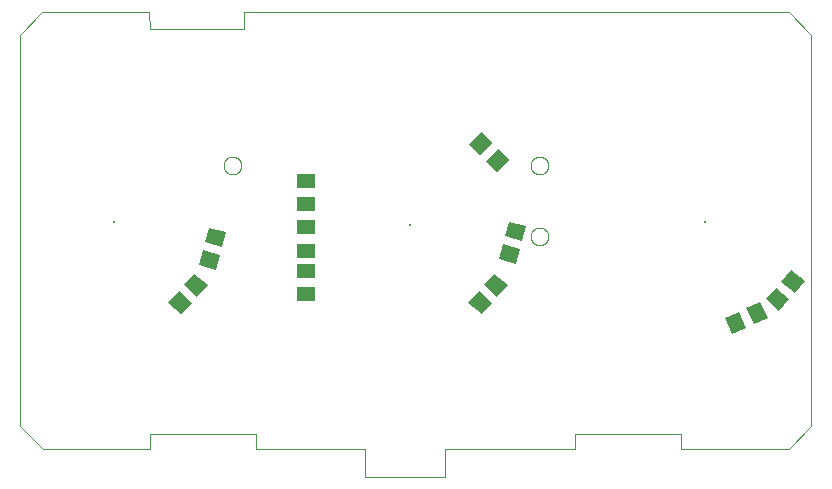
<source format=gbp>
G75*
%MOIN*%
%OFA0B0*%
%FSLAX25Y25*%
%IPPOS*%
%LPD*%
%AMOC8*
5,1,8,0,0,1.08239X$1,22.5*
%
%ADD10C,0.00000*%
%ADD11R,0.05118X0.05906*%
%ADD12C,0.01000*%
%ADD13R,0.05906X0.05118*%
D10*
X0039625Y0018012D02*
X0047188Y0010449D01*
X0083015Y0010449D01*
X0082932Y0015567D01*
X0118365Y0015567D01*
X0118365Y0010449D01*
X0154798Y0010449D01*
X0154798Y0001000D01*
X0181357Y0001000D01*
X0181357Y0010449D01*
X0224664Y0010449D01*
X0224664Y0015567D01*
X0260098Y0015567D01*
X0260098Y0010449D01*
X0295883Y0010449D01*
X0303405Y0017970D01*
X0303405Y0148596D01*
X0295883Y0156118D01*
X0114468Y0156236D01*
X0114468Y0150449D01*
X0082893Y0150449D01*
X0082724Y0156118D01*
X0047147Y0156118D01*
X0039625Y0148596D01*
X0039625Y0018012D01*
X0107538Y0104937D02*
X0107540Y0105045D01*
X0107546Y0105154D01*
X0107556Y0105262D01*
X0107570Y0105369D01*
X0107588Y0105476D01*
X0107609Y0105583D01*
X0107635Y0105688D01*
X0107665Y0105793D01*
X0107698Y0105896D01*
X0107735Y0105998D01*
X0107776Y0106098D01*
X0107820Y0106197D01*
X0107869Y0106295D01*
X0107920Y0106390D01*
X0107975Y0106483D01*
X0108034Y0106575D01*
X0108096Y0106664D01*
X0108161Y0106751D01*
X0108229Y0106835D01*
X0108300Y0106917D01*
X0108374Y0106996D01*
X0108451Y0107072D01*
X0108531Y0107146D01*
X0108614Y0107216D01*
X0108699Y0107284D01*
X0108786Y0107348D01*
X0108876Y0107409D01*
X0108968Y0107467D01*
X0109062Y0107521D01*
X0109158Y0107572D01*
X0109255Y0107619D01*
X0109355Y0107663D01*
X0109456Y0107703D01*
X0109558Y0107739D01*
X0109661Y0107771D01*
X0109766Y0107800D01*
X0109872Y0107824D01*
X0109978Y0107845D01*
X0110085Y0107862D01*
X0110193Y0107875D01*
X0110301Y0107884D01*
X0110410Y0107889D01*
X0110518Y0107890D01*
X0110627Y0107887D01*
X0110735Y0107880D01*
X0110843Y0107869D01*
X0110950Y0107854D01*
X0111057Y0107835D01*
X0111163Y0107812D01*
X0111268Y0107786D01*
X0111373Y0107755D01*
X0111475Y0107721D01*
X0111577Y0107683D01*
X0111677Y0107641D01*
X0111776Y0107596D01*
X0111873Y0107547D01*
X0111967Y0107494D01*
X0112060Y0107438D01*
X0112151Y0107379D01*
X0112240Y0107316D01*
X0112326Y0107251D01*
X0112410Y0107182D01*
X0112491Y0107110D01*
X0112569Y0107035D01*
X0112645Y0106957D01*
X0112718Y0106876D01*
X0112788Y0106793D01*
X0112854Y0106708D01*
X0112918Y0106620D01*
X0112978Y0106529D01*
X0113035Y0106437D01*
X0113088Y0106342D01*
X0113138Y0106246D01*
X0113184Y0106148D01*
X0113227Y0106048D01*
X0113266Y0105947D01*
X0113301Y0105844D01*
X0113333Y0105741D01*
X0113360Y0105636D01*
X0113384Y0105530D01*
X0113404Y0105423D01*
X0113420Y0105316D01*
X0113432Y0105208D01*
X0113440Y0105100D01*
X0113444Y0104991D01*
X0113444Y0104883D01*
X0113440Y0104774D01*
X0113432Y0104666D01*
X0113420Y0104558D01*
X0113404Y0104451D01*
X0113384Y0104344D01*
X0113360Y0104238D01*
X0113333Y0104133D01*
X0113301Y0104030D01*
X0113266Y0103927D01*
X0113227Y0103826D01*
X0113184Y0103726D01*
X0113138Y0103628D01*
X0113088Y0103532D01*
X0113035Y0103437D01*
X0112978Y0103345D01*
X0112918Y0103254D01*
X0112854Y0103166D01*
X0112788Y0103081D01*
X0112718Y0102998D01*
X0112645Y0102917D01*
X0112569Y0102839D01*
X0112491Y0102764D01*
X0112410Y0102692D01*
X0112326Y0102623D01*
X0112240Y0102558D01*
X0112151Y0102495D01*
X0112060Y0102436D01*
X0111968Y0102380D01*
X0111873Y0102327D01*
X0111776Y0102278D01*
X0111677Y0102233D01*
X0111577Y0102191D01*
X0111475Y0102153D01*
X0111373Y0102119D01*
X0111268Y0102088D01*
X0111163Y0102062D01*
X0111057Y0102039D01*
X0110950Y0102020D01*
X0110843Y0102005D01*
X0110735Y0101994D01*
X0110627Y0101987D01*
X0110518Y0101984D01*
X0110410Y0101985D01*
X0110301Y0101990D01*
X0110193Y0101999D01*
X0110085Y0102012D01*
X0109978Y0102029D01*
X0109872Y0102050D01*
X0109766Y0102074D01*
X0109661Y0102103D01*
X0109558Y0102135D01*
X0109456Y0102171D01*
X0109355Y0102211D01*
X0109255Y0102255D01*
X0109158Y0102302D01*
X0109062Y0102353D01*
X0108968Y0102407D01*
X0108876Y0102465D01*
X0108786Y0102526D01*
X0108699Y0102590D01*
X0108614Y0102658D01*
X0108531Y0102728D01*
X0108451Y0102802D01*
X0108374Y0102878D01*
X0108300Y0102957D01*
X0108229Y0103039D01*
X0108161Y0103123D01*
X0108096Y0103210D01*
X0108034Y0103299D01*
X0107975Y0103391D01*
X0107920Y0103484D01*
X0107869Y0103579D01*
X0107820Y0103677D01*
X0107776Y0103776D01*
X0107735Y0103876D01*
X0107698Y0103978D01*
X0107665Y0104081D01*
X0107635Y0104186D01*
X0107609Y0104291D01*
X0107588Y0104398D01*
X0107570Y0104505D01*
X0107556Y0104612D01*
X0107546Y0104720D01*
X0107540Y0104829D01*
X0107538Y0104937D01*
X0209900Y0104937D02*
X0209902Y0105045D01*
X0209908Y0105154D01*
X0209918Y0105262D01*
X0209932Y0105369D01*
X0209950Y0105476D01*
X0209971Y0105583D01*
X0209997Y0105688D01*
X0210027Y0105793D01*
X0210060Y0105896D01*
X0210097Y0105998D01*
X0210138Y0106098D01*
X0210182Y0106197D01*
X0210231Y0106295D01*
X0210282Y0106390D01*
X0210337Y0106483D01*
X0210396Y0106575D01*
X0210458Y0106664D01*
X0210523Y0106751D01*
X0210591Y0106835D01*
X0210662Y0106917D01*
X0210736Y0106996D01*
X0210813Y0107072D01*
X0210893Y0107146D01*
X0210976Y0107216D01*
X0211061Y0107284D01*
X0211148Y0107348D01*
X0211238Y0107409D01*
X0211330Y0107467D01*
X0211424Y0107521D01*
X0211520Y0107572D01*
X0211617Y0107619D01*
X0211717Y0107663D01*
X0211818Y0107703D01*
X0211920Y0107739D01*
X0212023Y0107771D01*
X0212128Y0107800D01*
X0212234Y0107824D01*
X0212340Y0107845D01*
X0212447Y0107862D01*
X0212555Y0107875D01*
X0212663Y0107884D01*
X0212772Y0107889D01*
X0212880Y0107890D01*
X0212989Y0107887D01*
X0213097Y0107880D01*
X0213205Y0107869D01*
X0213312Y0107854D01*
X0213419Y0107835D01*
X0213525Y0107812D01*
X0213630Y0107786D01*
X0213735Y0107755D01*
X0213837Y0107721D01*
X0213939Y0107683D01*
X0214039Y0107641D01*
X0214138Y0107596D01*
X0214235Y0107547D01*
X0214329Y0107494D01*
X0214422Y0107438D01*
X0214513Y0107379D01*
X0214602Y0107316D01*
X0214688Y0107251D01*
X0214772Y0107182D01*
X0214853Y0107110D01*
X0214931Y0107035D01*
X0215007Y0106957D01*
X0215080Y0106876D01*
X0215150Y0106793D01*
X0215216Y0106708D01*
X0215280Y0106620D01*
X0215340Y0106529D01*
X0215397Y0106437D01*
X0215450Y0106342D01*
X0215500Y0106246D01*
X0215546Y0106148D01*
X0215589Y0106048D01*
X0215628Y0105947D01*
X0215663Y0105844D01*
X0215695Y0105741D01*
X0215722Y0105636D01*
X0215746Y0105530D01*
X0215766Y0105423D01*
X0215782Y0105316D01*
X0215794Y0105208D01*
X0215802Y0105100D01*
X0215806Y0104991D01*
X0215806Y0104883D01*
X0215802Y0104774D01*
X0215794Y0104666D01*
X0215782Y0104558D01*
X0215766Y0104451D01*
X0215746Y0104344D01*
X0215722Y0104238D01*
X0215695Y0104133D01*
X0215663Y0104030D01*
X0215628Y0103927D01*
X0215589Y0103826D01*
X0215546Y0103726D01*
X0215500Y0103628D01*
X0215450Y0103532D01*
X0215397Y0103437D01*
X0215340Y0103345D01*
X0215280Y0103254D01*
X0215216Y0103166D01*
X0215150Y0103081D01*
X0215080Y0102998D01*
X0215007Y0102917D01*
X0214931Y0102839D01*
X0214853Y0102764D01*
X0214772Y0102692D01*
X0214688Y0102623D01*
X0214602Y0102558D01*
X0214513Y0102495D01*
X0214422Y0102436D01*
X0214330Y0102380D01*
X0214235Y0102327D01*
X0214138Y0102278D01*
X0214039Y0102233D01*
X0213939Y0102191D01*
X0213837Y0102153D01*
X0213735Y0102119D01*
X0213630Y0102088D01*
X0213525Y0102062D01*
X0213419Y0102039D01*
X0213312Y0102020D01*
X0213205Y0102005D01*
X0213097Y0101994D01*
X0212989Y0101987D01*
X0212880Y0101984D01*
X0212772Y0101985D01*
X0212663Y0101990D01*
X0212555Y0101999D01*
X0212447Y0102012D01*
X0212340Y0102029D01*
X0212234Y0102050D01*
X0212128Y0102074D01*
X0212023Y0102103D01*
X0211920Y0102135D01*
X0211818Y0102171D01*
X0211717Y0102211D01*
X0211617Y0102255D01*
X0211520Y0102302D01*
X0211424Y0102353D01*
X0211330Y0102407D01*
X0211238Y0102465D01*
X0211148Y0102526D01*
X0211061Y0102590D01*
X0210976Y0102658D01*
X0210893Y0102728D01*
X0210813Y0102802D01*
X0210736Y0102878D01*
X0210662Y0102957D01*
X0210591Y0103039D01*
X0210523Y0103123D01*
X0210458Y0103210D01*
X0210396Y0103299D01*
X0210337Y0103391D01*
X0210282Y0103484D01*
X0210231Y0103579D01*
X0210182Y0103677D01*
X0210138Y0103776D01*
X0210097Y0103876D01*
X0210060Y0103978D01*
X0210027Y0104081D01*
X0209997Y0104186D01*
X0209971Y0104291D01*
X0209950Y0104398D01*
X0209932Y0104505D01*
X0209918Y0104612D01*
X0209908Y0104720D01*
X0209902Y0104829D01*
X0209900Y0104937D01*
X0209900Y0081315D02*
X0209902Y0081423D01*
X0209908Y0081532D01*
X0209918Y0081640D01*
X0209932Y0081747D01*
X0209950Y0081854D01*
X0209971Y0081961D01*
X0209997Y0082066D01*
X0210027Y0082171D01*
X0210060Y0082274D01*
X0210097Y0082376D01*
X0210138Y0082476D01*
X0210182Y0082575D01*
X0210231Y0082673D01*
X0210282Y0082768D01*
X0210337Y0082861D01*
X0210396Y0082953D01*
X0210458Y0083042D01*
X0210523Y0083129D01*
X0210591Y0083213D01*
X0210662Y0083295D01*
X0210736Y0083374D01*
X0210813Y0083450D01*
X0210893Y0083524D01*
X0210976Y0083594D01*
X0211061Y0083662D01*
X0211148Y0083726D01*
X0211238Y0083787D01*
X0211330Y0083845D01*
X0211424Y0083899D01*
X0211520Y0083950D01*
X0211617Y0083997D01*
X0211717Y0084041D01*
X0211818Y0084081D01*
X0211920Y0084117D01*
X0212023Y0084149D01*
X0212128Y0084178D01*
X0212234Y0084202D01*
X0212340Y0084223D01*
X0212447Y0084240D01*
X0212555Y0084253D01*
X0212663Y0084262D01*
X0212772Y0084267D01*
X0212880Y0084268D01*
X0212989Y0084265D01*
X0213097Y0084258D01*
X0213205Y0084247D01*
X0213312Y0084232D01*
X0213419Y0084213D01*
X0213525Y0084190D01*
X0213630Y0084164D01*
X0213735Y0084133D01*
X0213837Y0084099D01*
X0213939Y0084061D01*
X0214039Y0084019D01*
X0214138Y0083974D01*
X0214235Y0083925D01*
X0214329Y0083872D01*
X0214422Y0083816D01*
X0214513Y0083757D01*
X0214602Y0083694D01*
X0214688Y0083629D01*
X0214772Y0083560D01*
X0214853Y0083488D01*
X0214931Y0083413D01*
X0215007Y0083335D01*
X0215080Y0083254D01*
X0215150Y0083171D01*
X0215216Y0083086D01*
X0215280Y0082998D01*
X0215340Y0082907D01*
X0215397Y0082815D01*
X0215450Y0082720D01*
X0215500Y0082624D01*
X0215546Y0082526D01*
X0215589Y0082426D01*
X0215628Y0082325D01*
X0215663Y0082222D01*
X0215695Y0082119D01*
X0215722Y0082014D01*
X0215746Y0081908D01*
X0215766Y0081801D01*
X0215782Y0081694D01*
X0215794Y0081586D01*
X0215802Y0081478D01*
X0215806Y0081369D01*
X0215806Y0081261D01*
X0215802Y0081152D01*
X0215794Y0081044D01*
X0215782Y0080936D01*
X0215766Y0080829D01*
X0215746Y0080722D01*
X0215722Y0080616D01*
X0215695Y0080511D01*
X0215663Y0080408D01*
X0215628Y0080305D01*
X0215589Y0080204D01*
X0215546Y0080104D01*
X0215500Y0080006D01*
X0215450Y0079910D01*
X0215397Y0079815D01*
X0215340Y0079723D01*
X0215280Y0079632D01*
X0215216Y0079544D01*
X0215150Y0079459D01*
X0215080Y0079376D01*
X0215007Y0079295D01*
X0214931Y0079217D01*
X0214853Y0079142D01*
X0214772Y0079070D01*
X0214688Y0079001D01*
X0214602Y0078936D01*
X0214513Y0078873D01*
X0214422Y0078814D01*
X0214330Y0078758D01*
X0214235Y0078705D01*
X0214138Y0078656D01*
X0214039Y0078611D01*
X0213939Y0078569D01*
X0213837Y0078531D01*
X0213735Y0078497D01*
X0213630Y0078466D01*
X0213525Y0078440D01*
X0213419Y0078417D01*
X0213312Y0078398D01*
X0213205Y0078383D01*
X0213097Y0078372D01*
X0212989Y0078365D01*
X0212880Y0078362D01*
X0212772Y0078363D01*
X0212663Y0078368D01*
X0212555Y0078377D01*
X0212447Y0078390D01*
X0212340Y0078407D01*
X0212234Y0078428D01*
X0212128Y0078452D01*
X0212023Y0078481D01*
X0211920Y0078513D01*
X0211818Y0078549D01*
X0211717Y0078589D01*
X0211617Y0078633D01*
X0211520Y0078680D01*
X0211424Y0078731D01*
X0211330Y0078785D01*
X0211238Y0078843D01*
X0211148Y0078904D01*
X0211061Y0078968D01*
X0210976Y0079036D01*
X0210893Y0079106D01*
X0210813Y0079180D01*
X0210736Y0079256D01*
X0210662Y0079335D01*
X0210591Y0079417D01*
X0210523Y0079501D01*
X0210458Y0079588D01*
X0210396Y0079677D01*
X0210337Y0079769D01*
X0210282Y0079862D01*
X0210231Y0079957D01*
X0210182Y0080055D01*
X0210138Y0080154D01*
X0210097Y0080254D01*
X0210060Y0080356D01*
X0210027Y0080459D01*
X0209997Y0080564D01*
X0209971Y0080669D01*
X0209950Y0080776D01*
X0209932Y0080883D01*
X0209918Y0080990D01*
X0209908Y0081098D01*
X0209902Y0081207D01*
X0209900Y0081315D01*
D11*
G36*
X0208449Y0084738D02*
X0207125Y0079795D01*
X0201421Y0081324D01*
X0202745Y0086267D01*
X0208449Y0084738D01*
G37*
G36*
X0206411Y0077132D02*
X0205087Y0072189D01*
X0199383Y0073718D01*
X0200707Y0078661D01*
X0206411Y0077132D01*
G37*
G36*
X0202213Y0064954D02*
X0198789Y0061151D01*
X0194401Y0065102D01*
X0197825Y0068905D01*
X0202213Y0064954D01*
G37*
G36*
X0196944Y0059103D02*
X0193520Y0055300D01*
X0189132Y0059251D01*
X0192556Y0063054D01*
X0196944Y0059103D01*
G37*
G36*
X0281788Y0050848D02*
X0277158Y0048669D01*
X0274644Y0054012D01*
X0279274Y0056191D01*
X0281788Y0050848D01*
G37*
G36*
X0288913Y0054201D02*
X0284283Y0052022D01*
X0281769Y0057365D01*
X0286399Y0059544D01*
X0288913Y0054201D01*
G37*
G36*
X0296166Y0060324D02*
X0292829Y0056445D01*
X0288352Y0060296D01*
X0291689Y0064175D01*
X0296166Y0060324D01*
G37*
G36*
X0301300Y0066294D02*
X0297963Y0062415D01*
X0293486Y0066266D01*
X0296823Y0070145D01*
X0301300Y0066294D01*
G37*
G36*
X0198631Y0102768D02*
X0195012Y0106387D01*
X0199187Y0110562D01*
X0202806Y0106943D01*
X0198631Y0102768D01*
G37*
G36*
X0193063Y0108336D02*
X0189444Y0111955D01*
X0193619Y0116130D01*
X0197238Y0112511D01*
X0193063Y0108336D01*
G37*
G36*
X0108505Y0082738D02*
X0107181Y0077795D01*
X0101477Y0079324D01*
X0102801Y0084267D01*
X0108505Y0082738D01*
G37*
G36*
X0106467Y0075132D02*
X0105143Y0070189D01*
X0099439Y0071718D01*
X0100763Y0076661D01*
X0106467Y0075132D01*
G37*
G36*
X0102205Y0064954D02*
X0098781Y0061151D01*
X0094393Y0065102D01*
X0097817Y0068905D01*
X0102205Y0064954D01*
G37*
G36*
X0096936Y0059103D02*
X0093512Y0055300D01*
X0089124Y0059251D01*
X0092548Y0063054D01*
X0096936Y0059103D01*
G37*
D12*
X0071121Y0086236D03*
X0169546Y0085236D03*
X0267972Y0086236D03*
D13*
X0135125Y0084386D03*
X0135125Y0092012D03*
X0135125Y0099886D03*
X0135125Y0076512D03*
X0135125Y0069886D03*
X0135125Y0062012D03*
M02*

</source>
